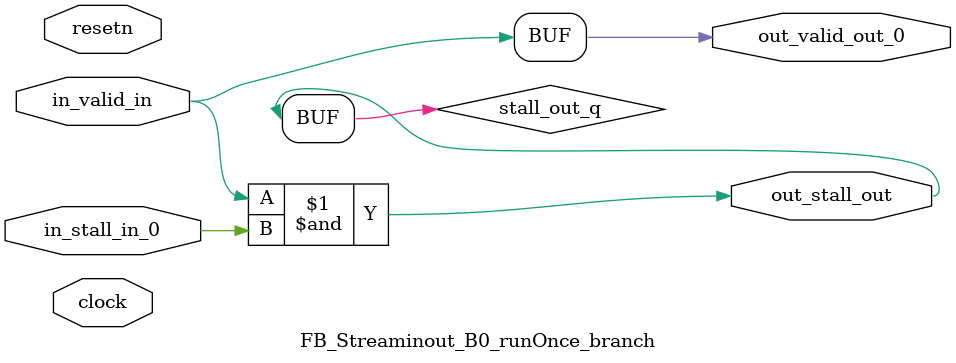
<source format=sv>



(* altera_attribute = "-name AUTO_SHIFT_REGISTER_RECOGNITION OFF; -name MESSAGE_DISABLE 10036; -name MESSAGE_DISABLE 10037; -name MESSAGE_DISABLE 14130; -name MESSAGE_DISABLE 14320; -name MESSAGE_DISABLE 15400; -name MESSAGE_DISABLE 14130; -name MESSAGE_DISABLE 10036; -name MESSAGE_DISABLE 12020; -name MESSAGE_DISABLE 12030; -name MESSAGE_DISABLE 12010; -name MESSAGE_DISABLE 12110; -name MESSAGE_DISABLE 14320; -name MESSAGE_DISABLE 13410; -name MESSAGE_DISABLE 113007; -name MESSAGE_DISABLE 10958" *)
module FB_Streaminout_B0_runOnce_branch (
    input wire [0:0] in_stall_in_0,
    input wire [0:0] in_valid_in,
    output wire [0:0] out_stall_out,
    output wire [0:0] out_valid_out_0,
    input wire clock,
    input wire resetn
    );

    wire [0:0] stall_out_q;


    // stall_out(LOGICAL,6)
    assign stall_out_q = in_valid_in & in_stall_in_0;

    // out_stall_out(GPOUT,4)
    assign out_stall_out = stall_out_q;

    // out_valid_out_0(GPOUT,5)
    assign out_valid_out_0 = in_valid_in;

endmodule

</source>
